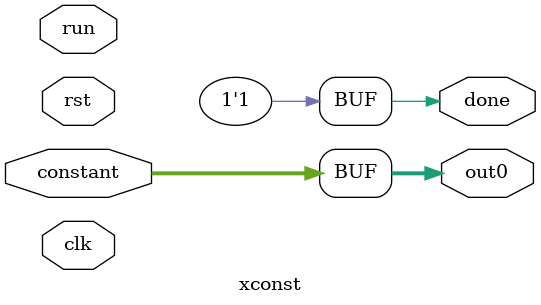
<source format=v>
`timescale 1ns / 1ps
`include "xversat.vh"

module xconst #(
         parameter DATA_W = 32
              )
    (
    //control
    input               clk,
    input               rst,
    
    input               run,
    output              done,

    //input / output data
    output [DATA_W-1:0] out0,

    input [DATA_W-1:0]  constant
    );

assign out0 = constant;
assign done = 1'b1;

endmodule
</source>
